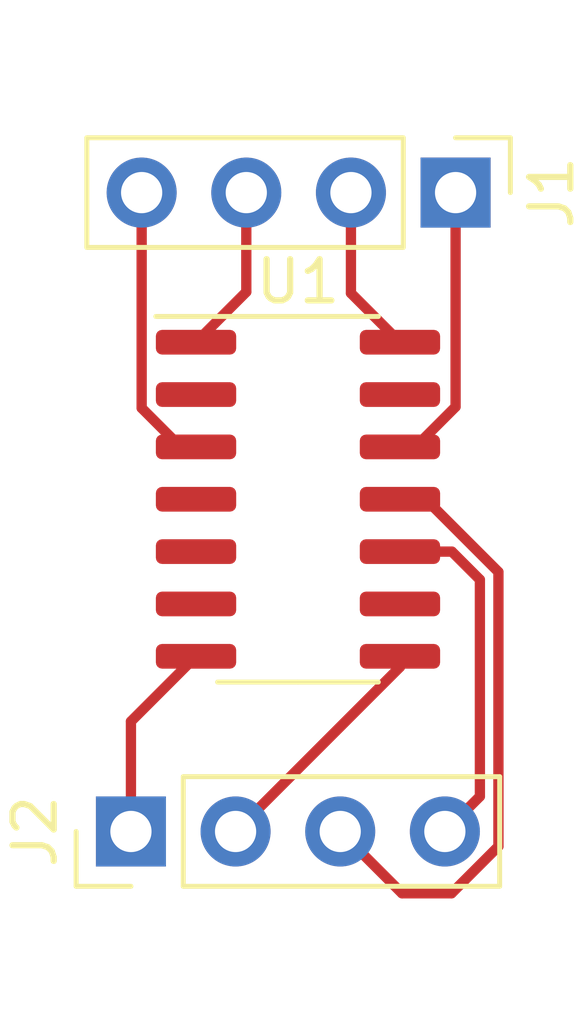
<source format=kicad_pcb>
(kicad_pcb (version 20221018) (generator pcbnew)
  (layers (0 "F.Cu" signal) (31 "B.Cu" signal) (34 "B.Paste" user) (35 "F.Paste" user) (36 "B.SilkS" user "B.Silkscreen") (37 "F.SilkS" user "F.Silkscreen") (38 "B.Mask" user) (39 "F.Mask" user) (44 "Edge.Cuts" user))
  (net 0 "")
  (net 1 "Net-(J1-Pin_1)")
  (net 2 "Net-(J1-Pin_2)")
  (net 3 "Net-(J1-Pin_3)")
  (net 4 "Net-(J1-Pin_4)")
  (net 5 "Net-(J2-Pin_1)")
  (net 6 "Net-(J2-Pin_2)")
  (net 7 "Net-(J2-Pin_3)")
  (net 8 "Net-(J2-Pin_4)")
  (footprint "Connector_PinHeader_2.54mm:PinHeader_1x04_P2.54mm_Vertical" (layer "F.Cu") (at 131.8 60 -90)
    (fp_text reference "J1" (at 0 -2.33 90) (layer "F.SilkS"))
    (fp_text value "Conn_01x04")
    (fp_line (start -1.33 -1.33) (end 0 -1.33) (stroke (width 0.12)) (layer "F.SilkS"))
    (fp_line (start -1.33 0) (end -1.33 -1.33) (stroke (width 0.12)) (layer "F.SilkS"))
    (fp_line (start -1.33 1.27) (end -1.33 8.95) (stroke (width 0.12)) (layer "F.SilkS"))
    (fp_line (start -1.33 1.27) (end 1.33 1.27) (stroke (width 0.12)) (layer "F.SilkS"))
    (fp_line (start -1.33 8.95) (end 1.33 8.95) (stroke (width 0.12)) (layer "F.SilkS"))
    (fp_line (start 1.33 1.27) (end 1.33 8.95) (stroke (width 0.12)) (layer "F.SilkS"))
    (pad "1" thru_hole rect (at 0 0 270) (size 1.7 1.7) (drill 1) (layers "*.Cu" "*.Mask") (net 1 "Net-(J1-Pin_1)"))
    (pad "2" thru_hole oval (at 0 2.54 270) (size 1.7 1.7) (drill 1) (layers "*.Cu" "*.Mask") (net 2 "Net-(J1-Pin_2)"))
    (pad "3" thru_hole oval (at 0 5.08 270) (size 1.7 1.7) (drill 1) (layers "*.Cu" "*.Mask") (net 3 "Net-(J1-Pin_3)"))
    (pad "4" thru_hole oval (at 0 7.62 270) (size 1.7 1.7) (drill 1) (layers "*.Cu" "*.Mask") (net 4 "Net-(J1-Pin_4)"))
  )
  (footprint "Connector_PinHeader_2.54mm:PinHeader_1x04_P2.54mm_Vertical" (layer "F.Cu") (at 123.92 75.5 90)
    (fp_text reference "J2" (at 0 -2.33 90) (layer "F.SilkS"))
    (fp_text value "Conn_01x04")
    (fp_line (start -1.33 -1.33) (end 0 -1.33) (stroke (width 0.12)) (layer "F.SilkS"))
    (fp_line (start -1.33 0) (end -1.33 -1.33) (stroke (width 0.12)) (layer "F.SilkS"))
    (fp_line (start -1.33 1.27) (end -1.33 8.95) (stroke (width 0.12)) (layer "F.SilkS"))
    (fp_line (start -1.33 1.27) (end 1.33 1.27) (stroke (width 0.12)) (layer "F.SilkS"))
    (fp_line (start -1.33 8.95) (end 1.33 8.95) (stroke (width 0.12)) (layer "F.SilkS"))
    (fp_line (start 1.33 1.27) (end 1.33 8.95) (stroke (width 0.12)) (layer "F.SilkS"))
    (pad "1" thru_hole rect (at 0 0 90) (size 1.7 1.7) (drill 1) (layers "*.Cu" "*.Mask") (net 5 "Net-(J2-Pin_1)"))
    (pad "2" thru_hole oval (at 0 2.54 90) (size 1.7 1.7) (drill 1) (layers "*.Cu" "*.Mask") (net 6 "Net-(J2-Pin_2)"))
    (pad "3" thru_hole oval (at 0 5.08 90) (size 1.7 1.7) (drill 1) (layers "*.Cu" "*.Mask") (net 7 "Net-(J2-Pin_3)"))
    (pad "4" thru_hole oval (at 0 7.62 90) (size 1.7 1.7) (drill 1) (layers "*.Cu" "*.Mask") (net 8 "Net-(J2-Pin_4)"))
  )
  (footprint "Package_SO:SOIC-14_3.9x8.7mm_P1.27mm" (layer "F.Cu") (at 127.975 67.44)
    (fp_text reference "U1" (at 0 -5.28) (layer "F.SilkS"))
    (fp_text value "LF398_SOIC14")
    (fp_line (start 0 -4.435) (end -3.45 -4.435) (stroke (width 0.12)) (layer "F.SilkS"))
    (fp_line (start 0 -4.435) (end 1.95 -4.435) (stroke (width 0.12)) (layer "F.SilkS"))
    (fp_line (start 0 4.435) (end -1.95 4.435) (stroke (width 0.12)) (layer "F.SilkS"))
    (fp_line (start 0 4.435) (end 1.95 4.435) (stroke (width 0.12)) (layer "F.SilkS"))
    (pad "1" smd roundrect (at -2.475 -3.81) (size 1.95 0.6) (layers "F.Cu" "F.Paste" "F.Mask") (net 3 "Net-(J1-Pin_3)"))
    (pad "2" smd roundrect (at -2.475 -2.54) (size 1.95 0.6) (layers "F.Cu" "F.Paste" "F.Mask"))
    (pad "3" smd roundrect (at -2.475 -1.27) (size 1.95 0.6) (layers "F.Cu" "F.Paste" "F.Mask") (net 4 "Net-(J1-Pin_4)"))
    (pad "4" smd roundrect (at -2.475 0) (size 1.95 0.6) (layers "F.Cu" "F.Paste" "F.Mask"))
    (pad "5" smd roundrect (at -2.475 1.27) (size 1.95 0.6) (layers "F.Cu" "F.Paste" "F.Mask"))
    (pad "6" smd roundrect (at -2.475 2.54) (size 1.95 0.6) (layers "F.Cu" "F.Paste" "F.Mask"))
    (pad "7" smd roundrect (at -2.475 3.81) (size 1.95 0.6) (layers "F.Cu" "F.Paste" "F.Mask") (net 5 "Net-(J2-Pin_1)"))
    (pad "8" smd roundrect (at 2.475 3.81) (size 1.95 0.6) (layers "F.Cu" "F.Paste" "F.Mask") (net 6 "Net-(J2-Pin_2)"))
    (pad "9" smd roundrect (at 2.475 2.54) (size 1.95 0.6) (layers "F.Cu" "F.Paste" "F.Mask"))
    (pad "10" smd roundrect (at 2.475 1.27) (size 1.95 0.6) (layers "F.Cu" "F.Paste" "F.Mask") (net 8 "Net-(J2-Pin_4)"))
    (pad "11" smd roundrect (at 2.475 0) (size 1.95 0.6) (layers "F.Cu" "F.Paste" "F.Mask") (net 7 "Net-(J2-Pin_3)"))
    (pad "12" smd roundrect (at 2.475 -1.27) (size 1.95 0.6) (layers "F.Cu" "F.Paste" "F.Mask") (net 1 "Net-(J1-Pin_1)"))
    (pad "13" smd roundrect (at 2.475 -2.54) (size 1.95 0.6) (layers "F.Cu" "F.Paste" "F.Mask"))
    (pad "14" smd roundrect (at 2.475 -3.81) (size 1.95 0.6) (layers "F.Cu" "F.Paste" "F.Mask") (net 2 "Net-(J1-Pin_2)"))
  )
  (segment (start 130.826751 66.17) (end 130.45 66.17) (width 0.25) (layer "F.Cu") (net 1))
  (segment (start 131.8 60) (end 131.8 65.196751) (width 0.25) (layer "F.Cu") (net 1))
  (segment (start 131.8 65.196751) (end 130.826751 66.17) (width 0.25) (layer "F.Cu") (net 1))
  (segment (start 129.26 62.44) (end 130.45 63.63) (width 0.25) (layer "F.Cu") (net 2))
  (segment (start 129.26 60) (end 129.26 62.44) (width 0.25) (layer "F.Cu") (net 2))
  (segment (start 126.72 60) (end 126.72 62.41) (width 0.25) (layer "F.Cu") (net 3))
  (segment (start 126.72 62.41) (end 125.5 63.63) (width 0.25) (layer "F.Cu") (net 3))
  (segment (start 125.123249 66.17) (end 125.5 66.17) (width 0.25) (layer "F.Cu") (net 4))
  (segment (start 124.18 60) (end 124.18 65.226751) (width 0.25) (layer "F.Cu") (net 4))
  (segment (start 124.18 65.226751) (end 125.123249 66.17) (width 0.25) (layer "F.Cu") (net 4))
  (segment (start 123.92 72.83) (end 123.92 75.5) (width 0.25) (layer "F.Cu") (net 5))
  (segment (start 125.5 71.25) (end 123.92 72.83) (width 0.25) (layer "F.Cu") (net 5))
  (segment (start 130.45 71.51) (end 126.46 75.5) (width 0.25) (layer "F.Cu") (net 6))
  (segment (start 130.45 71.25) (end 130.45 71.51) (width 0.25) (layer "F.Cu") (net 6))
  (segment (start 130.45 67.44) (end 131.076396 67.44) (width 0.25) (layer "F.Cu") (net 7))
  (segment (start 132.84 69.203604) (end 132.84 75.861701) (width 0.25) (layer "F.Cu") (net 7))
  (segment (start 130.5 77) (end 129 75.5) (width 0.25) (layer "F.Cu") (net 7))
  (segment (start 132.84 75.861701) (end 131.701701 77) (width 0.25) (layer "F.Cu") (net 7))
  (segment (start 131.701701 77) (end 130.5 77) (width 0.25) (layer "F.Cu") (net 7))
  (segment (start 131.076396 67.44) (end 132.84 69.203604) (width 0.25) (layer "F.Cu") (net 7))
  (segment (start 132.39 69.39) (end 131.71 68.71) (width 0.25) (layer "F.Cu") (net 8))
  (segment (start 132.39 74.65) (end 132.39 69.39) (width 0.25) (layer "F.Cu") (net 8))
  (segment (start 131.54 75.5) (end 132.39 74.65) (width 0.25) (layer "F.Cu") (net 8))
  (segment (start 131.71 68.71) (end 130.45 68.71) (width 0.25) (layer "F.Cu") (net 8))
)
</source>
